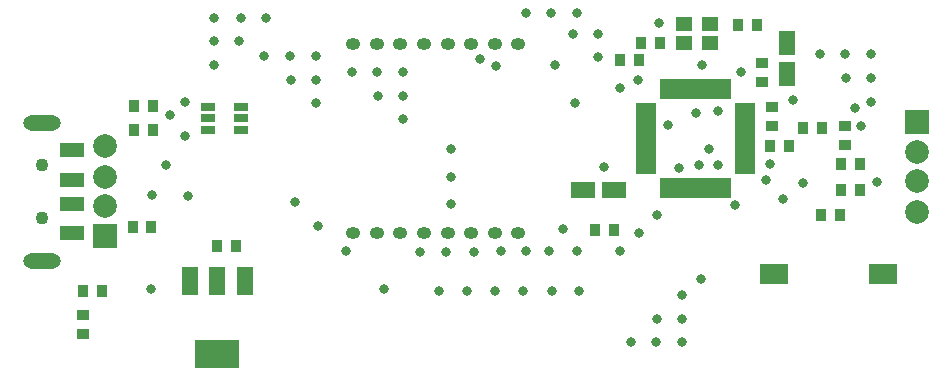
<source format=gts>
G04*
G04 #@! TF.GenerationSoftware,Altium Limited,Altium Designer,19.1.5 (86)*
G04*
G04 Layer_Color=8388736*
%FSLAX44Y44*%
%MOMM*%
G71*
G01*
G75*
%ADD16R,1.4000X1.2000*%
%ADD18R,2.0000X1.2000*%
%ADD31R,0.9400X0.9900*%
%ADD32R,2.3832X1.8032*%
%ADD33R,1.2032X0.8032*%
%ADD34O,1.2032X1.0032*%
%ADD35R,1.4332X2.0032*%
%ADD36R,0.9900X0.9400*%
%ADD37R,1.0532X0.9032*%
%ADD38R,0.9032X1.0532*%
%ADD39R,2.0032X1.4332*%
%ADD40R,0.4832X1.7632*%
%ADD41R,1.7632X0.4832*%
%ADD42R,1.4224X2.4384*%
%ADD43R,3.8032X2.4032*%
%ADD44C,1.1000*%
%ADD45O,3.2000X1.3000*%
%ADD46R,2.0032X2.0032*%
%ADD47C,2.0032*%
%ADD48C,0.8032*%
D16*
X594750Y290750D02*
D03*
X572750D02*
D03*
Y306750D02*
D03*
X594750D02*
D03*
D18*
X54750Y130000D02*
D03*
Y155000D02*
D03*
Y175000D02*
D03*
Y200000D02*
D03*
D31*
X105750Y135000D02*
D03*
X121750D02*
D03*
X634250Y306250D02*
D03*
X618250D02*
D03*
X689250Y218750D02*
D03*
X673250D02*
D03*
X193500Y118750D02*
D03*
X177500D02*
D03*
X513000Y132500D02*
D03*
X497000D02*
D03*
X79750Y81250D02*
D03*
X63750D02*
D03*
X518250Y276250D02*
D03*
X534250D02*
D03*
X551950Y291250D02*
D03*
X535950D02*
D03*
D32*
X649250Y95000D02*
D03*
X741250D02*
D03*
D33*
X197500Y236500D02*
D03*
Y227000D02*
D03*
Y217500D02*
D03*
X170000D02*
D03*
Y227000D02*
D03*
Y236500D02*
D03*
D34*
X292500Y290000D02*
D03*
X312500D02*
D03*
X332500D02*
D03*
X352500D02*
D03*
X372500D02*
D03*
X392500D02*
D03*
X412500D02*
D03*
X432500D02*
D03*
Y130000D02*
D03*
X412500D02*
D03*
X392500D02*
D03*
X372500D02*
D03*
X352430D02*
D03*
X332500D02*
D03*
X312500D02*
D03*
X292500D02*
D03*
D35*
X660000Y290600D02*
D03*
Y264400D02*
D03*
D36*
X638750Y258250D02*
D03*
Y274250D02*
D03*
D37*
X708750Y204250D02*
D03*
Y220750D02*
D03*
X647500Y220500D02*
D03*
Y237000D02*
D03*
X63750Y60750D02*
D03*
Y44250D02*
D03*
D38*
X722000Y166250D02*
D03*
X705500D02*
D03*
X662000Y203750D02*
D03*
X645500D02*
D03*
X688500Y145000D02*
D03*
X705000D02*
D03*
X722000Y188750D02*
D03*
X705500D02*
D03*
X123250Y237500D02*
D03*
X106750D02*
D03*
X123250Y217500D02*
D03*
X106750D02*
D03*
D39*
X486900Y166250D02*
D03*
X513100D02*
D03*
D40*
X610000Y168200D02*
D03*
X605000D02*
D03*
X600000D02*
D03*
X595000D02*
D03*
X590000D02*
D03*
X585000D02*
D03*
X580000D02*
D03*
X575000D02*
D03*
X570000D02*
D03*
X565000D02*
D03*
X560000D02*
D03*
X555000D02*
D03*
Y251800D02*
D03*
X560000D02*
D03*
X565000D02*
D03*
X570000D02*
D03*
X575000D02*
D03*
X580000D02*
D03*
X585000D02*
D03*
X590000D02*
D03*
X595000D02*
D03*
X600000D02*
D03*
X605000D02*
D03*
X610000D02*
D03*
D41*
X624300Y237500D02*
D03*
Y232500D02*
D03*
Y227500D02*
D03*
Y222500D02*
D03*
Y217500D02*
D03*
Y212500D02*
D03*
Y207500D02*
D03*
Y202500D02*
D03*
Y197500D02*
D03*
Y192500D02*
D03*
Y187500D02*
D03*
Y182500D02*
D03*
X540700D02*
D03*
Y187500D02*
D03*
Y192500D02*
D03*
Y197500D02*
D03*
Y202500D02*
D03*
Y207500D02*
D03*
Y212500D02*
D03*
Y217500D02*
D03*
Y222500D02*
D03*
Y227500D02*
D03*
Y232500D02*
D03*
Y237500D02*
D03*
D42*
X200614Y89738D02*
D03*
X177500D02*
D03*
X154386D02*
D03*
D43*
X177500Y27760D02*
D03*
D44*
X28750Y142500D02*
D03*
Y187500D02*
D03*
D45*
Y106500D02*
D03*
Y223500D02*
D03*
D46*
X82500Y127500D02*
D03*
X770000Y223750D02*
D03*
D47*
X82500Y152500D02*
D03*
Y177500D02*
D03*
Y203500D02*
D03*
X770000Y198750D02*
D03*
Y173750D02*
D03*
Y147750D02*
D03*
D48*
X736250Y173250D02*
D03*
X121351Y82601D02*
D03*
X518750Y252500D02*
D03*
X583125Y231247D02*
D03*
X615959Y153458D02*
D03*
X722500Y220500D02*
D03*
X400000Y277500D02*
D03*
X533750Y260000D02*
D03*
X551250Y307500D02*
D03*
X122500Y162500D02*
D03*
X152500Y161250D02*
D03*
X243750Y156250D02*
D03*
X262500Y136250D02*
D03*
X286250Y115000D02*
D03*
X318750Y82500D02*
D03*
X550000Y145000D02*
D03*
X535000Y130000D02*
D03*
X518750Y115000D02*
D03*
X717500Y236250D02*
D03*
X621250Y266250D02*
D03*
X601250Y233750D02*
D03*
X593750Y201250D02*
D03*
X558750Y221250D02*
D03*
X665000Y242500D02*
D03*
X673750Y172500D02*
D03*
X463750Y272500D02*
D03*
X480000Y240000D02*
D03*
X291250Y266250D02*
D03*
X313750Y246250D02*
D03*
X312500Y266250D02*
D03*
X335000D02*
D03*
Y246250D02*
D03*
Y226250D02*
D03*
X375000Y201250D02*
D03*
Y177500D02*
D03*
Y155000D02*
D03*
X505000Y186250D02*
D03*
X470000Y133750D02*
D03*
X482500Y115000D02*
D03*
X458750D02*
D03*
X438750D02*
D03*
X417500D02*
D03*
X395000Y113750D02*
D03*
X371250D02*
D03*
X483750Y81250D02*
D03*
X461250D02*
D03*
X436250D02*
D03*
X412500D02*
D03*
X388750Y81250D02*
D03*
X365000D02*
D03*
X731250Y241250D02*
D03*
Y261250D02*
D03*
Y281250D02*
D03*
X708750D02*
D03*
X710000Y261250D02*
D03*
X687500Y281250D02*
D03*
X500000Y278750D02*
D03*
Y298750D02*
D03*
X482500Y316250D02*
D03*
X460000D02*
D03*
X478750Y298750D02*
D03*
X438750Y316250D02*
D03*
X587281Y91181D02*
D03*
X571250Y77500D02*
D03*
Y57500D02*
D03*
Y37500D02*
D03*
X548750D02*
D03*
X550000Y57500D02*
D03*
X527500Y37500D02*
D03*
X261250Y240000D02*
D03*
Y260000D02*
D03*
Y280000D02*
D03*
X238750D02*
D03*
X240000Y260000D02*
D03*
X217500Y280000D02*
D03*
X218750Y312500D02*
D03*
X196250Y292500D02*
D03*
X197500Y312500D02*
D03*
X175000D02*
D03*
Y292500D02*
D03*
Y272500D02*
D03*
X133750Y187500D02*
D03*
X656250Y159250D02*
D03*
X413750Y271250D02*
D03*
X585000Y187500D02*
D03*
X601250D02*
D03*
X568600Y185268D02*
D03*
X642507Y175000D02*
D03*
X348750Y113750D02*
D03*
X645750Y188750D02*
D03*
X587500Y272500D02*
D03*
X137503Y230007D02*
D03*
X150000Y212500D02*
D03*
Y241250D02*
D03*
M02*

</source>
